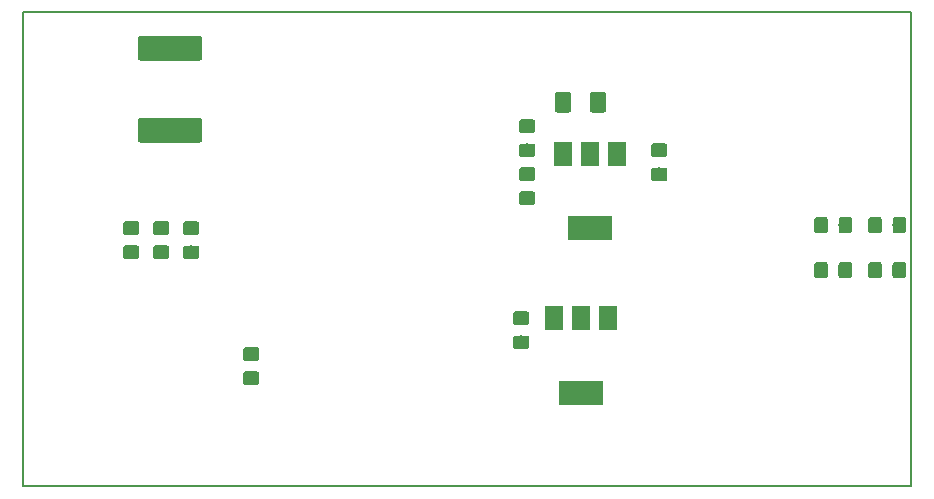
<source format=gtp>
%TF.GenerationSoftware,KiCad,Pcbnew,5.0.2+dfsg1-1*%
%TF.CreationDate,2022-03-26T23:48:49+09:00*%
%TF.ProjectId,pwm-esc,70776d2d-6573-4632-9e6b-696361645f70,rev?*%
%TF.SameCoordinates,Original*%
%TF.FileFunction,Paste,Top*%
%TF.FilePolarity,Positive*%
%FSLAX46Y46*%
G04 Gerber Fmt 4.6, Leading zero omitted, Abs format (unit mm)*
G04 Created by KiCad (PCBNEW 5.0.2+dfsg1-1) date Sat 26 Mar 2022 11:48:49 PM JST*
%MOMM*%
%LPD*%
G01*
G04 APERTURE LIST*
%ADD10C,0.150000*%
%ADD11C,0.100000*%
%ADD12C,1.150000*%
%ADD13R,1.500000X2.000000*%
%ADD14R,3.800000X2.000000*%
%ADD15C,1.425000*%
%ADD16C,2.100000*%
G04 APERTURE END LIST*
D10*
X109728000Y-121920000D02*
X109728000Y-81788000D01*
X184912000Y-121920000D02*
X109728000Y-121920000D01*
X184912000Y-81788000D02*
X184912000Y-121920000D01*
X109728000Y-81788000D02*
X184912000Y-81788000D01*
D11*
G36*
X124426505Y-99493204D02*
X124450773Y-99496804D01*
X124474572Y-99502765D01*
X124497671Y-99511030D01*
X124519850Y-99521520D01*
X124540893Y-99534132D01*
X124560599Y-99548747D01*
X124578777Y-99565223D01*
X124595253Y-99583401D01*
X124609868Y-99603107D01*
X124622480Y-99624150D01*
X124632970Y-99646329D01*
X124641235Y-99669428D01*
X124647196Y-99693227D01*
X124650796Y-99717495D01*
X124652000Y-99741999D01*
X124652000Y-100392001D01*
X124650796Y-100416505D01*
X124647196Y-100440773D01*
X124641235Y-100464572D01*
X124632970Y-100487671D01*
X124622480Y-100509850D01*
X124609868Y-100530893D01*
X124595253Y-100550599D01*
X124578777Y-100568777D01*
X124560599Y-100585253D01*
X124540893Y-100599868D01*
X124519850Y-100612480D01*
X124497671Y-100622970D01*
X124474572Y-100631235D01*
X124450773Y-100637196D01*
X124426505Y-100640796D01*
X124402001Y-100642000D01*
X123501999Y-100642000D01*
X123477495Y-100640796D01*
X123453227Y-100637196D01*
X123429428Y-100631235D01*
X123406329Y-100622970D01*
X123384150Y-100612480D01*
X123363107Y-100599868D01*
X123343401Y-100585253D01*
X123325223Y-100568777D01*
X123308747Y-100550599D01*
X123294132Y-100530893D01*
X123281520Y-100509850D01*
X123271030Y-100487671D01*
X123262765Y-100464572D01*
X123256804Y-100440773D01*
X123253204Y-100416505D01*
X123252000Y-100392001D01*
X123252000Y-99741999D01*
X123253204Y-99717495D01*
X123256804Y-99693227D01*
X123262765Y-99669428D01*
X123271030Y-99646329D01*
X123281520Y-99624150D01*
X123294132Y-99603107D01*
X123308747Y-99583401D01*
X123325223Y-99565223D01*
X123343401Y-99548747D01*
X123363107Y-99534132D01*
X123384150Y-99521520D01*
X123406329Y-99511030D01*
X123429428Y-99502765D01*
X123453227Y-99496804D01*
X123477495Y-99493204D01*
X123501999Y-99492000D01*
X124402001Y-99492000D01*
X124426505Y-99493204D01*
X124426505Y-99493204D01*
G37*
D12*
X123952000Y-100067000D03*
D11*
G36*
X124426505Y-101543204D02*
X124450773Y-101546804D01*
X124474572Y-101552765D01*
X124497671Y-101561030D01*
X124519850Y-101571520D01*
X124540893Y-101584132D01*
X124560599Y-101598747D01*
X124578777Y-101615223D01*
X124595253Y-101633401D01*
X124609868Y-101653107D01*
X124622480Y-101674150D01*
X124632970Y-101696329D01*
X124641235Y-101719428D01*
X124647196Y-101743227D01*
X124650796Y-101767495D01*
X124652000Y-101791999D01*
X124652000Y-102442001D01*
X124650796Y-102466505D01*
X124647196Y-102490773D01*
X124641235Y-102514572D01*
X124632970Y-102537671D01*
X124622480Y-102559850D01*
X124609868Y-102580893D01*
X124595253Y-102600599D01*
X124578777Y-102618777D01*
X124560599Y-102635253D01*
X124540893Y-102649868D01*
X124519850Y-102662480D01*
X124497671Y-102672970D01*
X124474572Y-102681235D01*
X124450773Y-102687196D01*
X124426505Y-102690796D01*
X124402001Y-102692000D01*
X123501999Y-102692000D01*
X123477495Y-102690796D01*
X123453227Y-102687196D01*
X123429428Y-102681235D01*
X123406329Y-102672970D01*
X123384150Y-102662480D01*
X123363107Y-102649868D01*
X123343401Y-102635253D01*
X123325223Y-102618777D01*
X123308747Y-102600599D01*
X123294132Y-102580893D01*
X123281520Y-102559850D01*
X123271030Y-102537671D01*
X123262765Y-102514572D01*
X123256804Y-102490773D01*
X123253204Y-102466505D01*
X123252000Y-102442001D01*
X123252000Y-101791999D01*
X123253204Y-101767495D01*
X123256804Y-101743227D01*
X123262765Y-101719428D01*
X123271030Y-101696329D01*
X123281520Y-101674150D01*
X123294132Y-101653107D01*
X123308747Y-101633401D01*
X123325223Y-101615223D01*
X123343401Y-101598747D01*
X123363107Y-101584132D01*
X123384150Y-101571520D01*
X123406329Y-101561030D01*
X123429428Y-101552765D01*
X123453227Y-101546804D01*
X123477495Y-101543204D01*
X123501999Y-101542000D01*
X124402001Y-101542000D01*
X124426505Y-101543204D01*
X124426505Y-101543204D01*
G37*
D12*
X123952000Y-102117000D03*
D11*
G36*
X152366505Y-107113204D02*
X152390773Y-107116804D01*
X152414572Y-107122765D01*
X152437671Y-107131030D01*
X152459850Y-107141520D01*
X152480893Y-107154132D01*
X152500599Y-107168747D01*
X152518777Y-107185223D01*
X152535253Y-107203401D01*
X152549868Y-107223107D01*
X152562480Y-107244150D01*
X152572970Y-107266329D01*
X152581235Y-107289428D01*
X152587196Y-107313227D01*
X152590796Y-107337495D01*
X152592000Y-107361999D01*
X152592000Y-108012001D01*
X152590796Y-108036505D01*
X152587196Y-108060773D01*
X152581235Y-108084572D01*
X152572970Y-108107671D01*
X152562480Y-108129850D01*
X152549868Y-108150893D01*
X152535253Y-108170599D01*
X152518777Y-108188777D01*
X152500599Y-108205253D01*
X152480893Y-108219868D01*
X152459850Y-108232480D01*
X152437671Y-108242970D01*
X152414572Y-108251235D01*
X152390773Y-108257196D01*
X152366505Y-108260796D01*
X152342001Y-108262000D01*
X151441999Y-108262000D01*
X151417495Y-108260796D01*
X151393227Y-108257196D01*
X151369428Y-108251235D01*
X151346329Y-108242970D01*
X151324150Y-108232480D01*
X151303107Y-108219868D01*
X151283401Y-108205253D01*
X151265223Y-108188777D01*
X151248747Y-108170599D01*
X151234132Y-108150893D01*
X151221520Y-108129850D01*
X151211030Y-108107671D01*
X151202765Y-108084572D01*
X151196804Y-108060773D01*
X151193204Y-108036505D01*
X151192000Y-108012001D01*
X151192000Y-107361999D01*
X151193204Y-107337495D01*
X151196804Y-107313227D01*
X151202765Y-107289428D01*
X151211030Y-107266329D01*
X151221520Y-107244150D01*
X151234132Y-107223107D01*
X151248747Y-107203401D01*
X151265223Y-107185223D01*
X151283401Y-107168747D01*
X151303107Y-107154132D01*
X151324150Y-107141520D01*
X151346329Y-107131030D01*
X151369428Y-107122765D01*
X151393227Y-107116804D01*
X151417495Y-107113204D01*
X151441999Y-107112000D01*
X152342001Y-107112000D01*
X152366505Y-107113204D01*
X152366505Y-107113204D01*
G37*
D12*
X151892000Y-107687000D03*
D11*
G36*
X152366505Y-109163204D02*
X152390773Y-109166804D01*
X152414572Y-109172765D01*
X152437671Y-109181030D01*
X152459850Y-109191520D01*
X152480893Y-109204132D01*
X152500599Y-109218747D01*
X152518777Y-109235223D01*
X152535253Y-109253401D01*
X152549868Y-109273107D01*
X152562480Y-109294150D01*
X152572970Y-109316329D01*
X152581235Y-109339428D01*
X152587196Y-109363227D01*
X152590796Y-109387495D01*
X152592000Y-109411999D01*
X152592000Y-110062001D01*
X152590796Y-110086505D01*
X152587196Y-110110773D01*
X152581235Y-110134572D01*
X152572970Y-110157671D01*
X152562480Y-110179850D01*
X152549868Y-110200893D01*
X152535253Y-110220599D01*
X152518777Y-110238777D01*
X152500599Y-110255253D01*
X152480893Y-110269868D01*
X152459850Y-110282480D01*
X152437671Y-110292970D01*
X152414572Y-110301235D01*
X152390773Y-110307196D01*
X152366505Y-110310796D01*
X152342001Y-110312000D01*
X151441999Y-110312000D01*
X151417495Y-110310796D01*
X151393227Y-110307196D01*
X151369428Y-110301235D01*
X151346329Y-110292970D01*
X151324150Y-110282480D01*
X151303107Y-110269868D01*
X151283401Y-110255253D01*
X151265223Y-110238777D01*
X151248747Y-110220599D01*
X151234132Y-110200893D01*
X151221520Y-110179850D01*
X151211030Y-110157671D01*
X151202765Y-110134572D01*
X151196804Y-110110773D01*
X151193204Y-110086505D01*
X151192000Y-110062001D01*
X151192000Y-109411999D01*
X151193204Y-109387495D01*
X151196804Y-109363227D01*
X151202765Y-109339428D01*
X151211030Y-109316329D01*
X151221520Y-109294150D01*
X151234132Y-109273107D01*
X151248747Y-109253401D01*
X151265223Y-109235223D01*
X151283401Y-109218747D01*
X151303107Y-109204132D01*
X151324150Y-109191520D01*
X151346329Y-109181030D01*
X151369428Y-109172765D01*
X151393227Y-109166804D01*
X151417495Y-109163204D01*
X151441999Y-109162000D01*
X152342001Y-109162000D01*
X152366505Y-109163204D01*
X152366505Y-109163204D01*
G37*
D12*
X151892000Y-109737000D03*
D11*
G36*
X152874505Y-92907204D02*
X152898773Y-92910804D01*
X152922572Y-92916765D01*
X152945671Y-92925030D01*
X152967850Y-92935520D01*
X152988893Y-92948132D01*
X153008599Y-92962747D01*
X153026777Y-92979223D01*
X153043253Y-92997401D01*
X153057868Y-93017107D01*
X153070480Y-93038150D01*
X153080970Y-93060329D01*
X153089235Y-93083428D01*
X153095196Y-93107227D01*
X153098796Y-93131495D01*
X153100000Y-93155999D01*
X153100000Y-93806001D01*
X153098796Y-93830505D01*
X153095196Y-93854773D01*
X153089235Y-93878572D01*
X153080970Y-93901671D01*
X153070480Y-93923850D01*
X153057868Y-93944893D01*
X153043253Y-93964599D01*
X153026777Y-93982777D01*
X153008599Y-93999253D01*
X152988893Y-94013868D01*
X152967850Y-94026480D01*
X152945671Y-94036970D01*
X152922572Y-94045235D01*
X152898773Y-94051196D01*
X152874505Y-94054796D01*
X152850001Y-94056000D01*
X151949999Y-94056000D01*
X151925495Y-94054796D01*
X151901227Y-94051196D01*
X151877428Y-94045235D01*
X151854329Y-94036970D01*
X151832150Y-94026480D01*
X151811107Y-94013868D01*
X151791401Y-93999253D01*
X151773223Y-93982777D01*
X151756747Y-93964599D01*
X151742132Y-93944893D01*
X151729520Y-93923850D01*
X151719030Y-93901671D01*
X151710765Y-93878572D01*
X151704804Y-93854773D01*
X151701204Y-93830505D01*
X151700000Y-93806001D01*
X151700000Y-93155999D01*
X151701204Y-93131495D01*
X151704804Y-93107227D01*
X151710765Y-93083428D01*
X151719030Y-93060329D01*
X151729520Y-93038150D01*
X151742132Y-93017107D01*
X151756747Y-92997401D01*
X151773223Y-92979223D01*
X151791401Y-92962747D01*
X151811107Y-92948132D01*
X151832150Y-92935520D01*
X151854329Y-92925030D01*
X151877428Y-92916765D01*
X151901227Y-92910804D01*
X151925495Y-92907204D01*
X151949999Y-92906000D01*
X152850001Y-92906000D01*
X152874505Y-92907204D01*
X152874505Y-92907204D01*
G37*
D12*
X152400000Y-93481000D03*
D11*
G36*
X152874505Y-90857204D02*
X152898773Y-90860804D01*
X152922572Y-90866765D01*
X152945671Y-90875030D01*
X152967850Y-90885520D01*
X152988893Y-90898132D01*
X153008599Y-90912747D01*
X153026777Y-90929223D01*
X153043253Y-90947401D01*
X153057868Y-90967107D01*
X153070480Y-90988150D01*
X153080970Y-91010329D01*
X153089235Y-91033428D01*
X153095196Y-91057227D01*
X153098796Y-91081495D01*
X153100000Y-91105999D01*
X153100000Y-91756001D01*
X153098796Y-91780505D01*
X153095196Y-91804773D01*
X153089235Y-91828572D01*
X153080970Y-91851671D01*
X153070480Y-91873850D01*
X153057868Y-91894893D01*
X153043253Y-91914599D01*
X153026777Y-91932777D01*
X153008599Y-91949253D01*
X152988893Y-91963868D01*
X152967850Y-91976480D01*
X152945671Y-91986970D01*
X152922572Y-91995235D01*
X152898773Y-92001196D01*
X152874505Y-92004796D01*
X152850001Y-92006000D01*
X151949999Y-92006000D01*
X151925495Y-92004796D01*
X151901227Y-92001196D01*
X151877428Y-91995235D01*
X151854329Y-91986970D01*
X151832150Y-91976480D01*
X151811107Y-91963868D01*
X151791401Y-91949253D01*
X151773223Y-91932777D01*
X151756747Y-91914599D01*
X151742132Y-91894893D01*
X151729520Y-91873850D01*
X151719030Y-91851671D01*
X151710765Y-91828572D01*
X151704804Y-91804773D01*
X151701204Y-91780505D01*
X151700000Y-91756001D01*
X151700000Y-91105999D01*
X151701204Y-91081495D01*
X151704804Y-91057227D01*
X151710765Y-91033428D01*
X151719030Y-91010329D01*
X151729520Y-90988150D01*
X151742132Y-90967107D01*
X151756747Y-90947401D01*
X151773223Y-90929223D01*
X151791401Y-90912747D01*
X151811107Y-90898132D01*
X151832150Y-90885520D01*
X151854329Y-90875030D01*
X151877428Y-90866765D01*
X151901227Y-90860804D01*
X151925495Y-90857204D01*
X151949999Y-90856000D01*
X152850001Y-90856000D01*
X152874505Y-90857204D01*
X152874505Y-90857204D01*
G37*
D12*
X152400000Y-91431000D03*
D11*
G36*
X129506505Y-110152204D02*
X129530773Y-110155804D01*
X129554572Y-110161765D01*
X129577671Y-110170030D01*
X129599850Y-110180520D01*
X129620893Y-110193132D01*
X129640599Y-110207747D01*
X129658777Y-110224223D01*
X129675253Y-110242401D01*
X129689868Y-110262107D01*
X129702480Y-110283150D01*
X129712970Y-110305329D01*
X129721235Y-110328428D01*
X129727196Y-110352227D01*
X129730796Y-110376495D01*
X129732000Y-110400999D01*
X129732000Y-111051001D01*
X129730796Y-111075505D01*
X129727196Y-111099773D01*
X129721235Y-111123572D01*
X129712970Y-111146671D01*
X129702480Y-111168850D01*
X129689868Y-111189893D01*
X129675253Y-111209599D01*
X129658777Y-111227777D01*
X129640599Y-111244253D01*
X129620893Y-111258868D01*
X129599850Y-111271480D01*
X129577671Y-111281970D01*
X129554572Y-111290235D01*
X129530773Y-111296196D01*
X129506505Y-111299796D01*
X129482001Y-111301000D01*
X128581999Y-111301000D01*
X128557495Y-111299796D01*
X128533227Y-111296196D01*
X128509428Y-111290235D01*
X128486329Y-111281970D01*
X128464150Y-111271480D01*
X128443107Y-111258868D01*
X128423401Y-111244253D01*
X128405223Y-111227777D01*
X128388747Y-111209599D01*
X128374132Y-111189893D01*
X128361520Y-111168850D01*
X128351030Y-111146671D01*
X128342765Y-111123572D01*
X128336804Y-111099773D01*
X128333204Y-111075505D01*
X128332000Y-111051001D01*
X128332000Y-110400999D01*
X128333204Y-110376495D01*
X128336804Y-110352227D01*
X128342765Y-110328428D01*
X128351030Y-110305329D01*
X128361520Y-110283150D01*
X128374132Y-110262107D01*
X128388747Y-110242401D01*
X128405223Y-110224223D01*
X128423401Y-110207747D01*
X128443107Y-110193132D01*
X128464150Y-110180520D01*
X128486329Y-110170030D01*
X128509428Y-110161765D01*
X128533227Y-110155804D01*
X128557495Y-110152204D01*
X128581999Y-110151000D01*
X129482001Y-110151000D01*
X129506505Y-110152204D01*
X129506505Y-110152204D01*
G37*
D12*
X129032000Y-110726000D03*
D11*
G36*
X129506505Y-112202204D02*
X129530773Y-112205804D01*
X129554572Y-112211765D01*
X129577671Y-112220030D01*
X129599850Y-112230520D01*
X129620893Y-112243132D01*
X129640599Y-112257747D01*
X129658777Y-112274223D01*
X129675253Y-112292401D01*
X129689868Y-112312107D01*
X129702480Y-112333150D01*
X129712970Y-112355329D01*
X129721235Y-112378428D01*
X129727196Y-112402227D01*
X129730796Y-112426495D01*
X129732000Y-112450999D01*
X129732000Y-113101001D01*
X129730796Y-113125505D01*
X129727196Y-113149773D01*
X129721235Y-113173572D01*
X129712970Y-113196671D01*
X129702480Y-113218850D01*
X129689868Y-113239893D01*
X129675253Y-113259599D01*
X129658777Y-113277777D01*
X129640599Y-113294253D01*
X129620893Y-113308868D01*
X129599850Y-113321480D01*
X129577671Y-113331970D01*
X129554572Y-113340235D01*
X129530773Y-113346196D01*
X129506505Y-113349796D01*
X129482001Y-113351000D01*
X128581999Y-113351000D01*
X128557495Y-113349796D01*
X128533227Y-113346196D01*
X128509428Y-113340235D01*
X128486329Y-113331970D01*
X128464150Y-113321480D01*
X128443107Y-113308868D01*
X128423401Y-113294253D01*
X128405223Y-113277777D01*
X128388747Y-113259599D01*
X128374132Y-113239893D01*
X128361520Y-113218850D01*
X128351030Y-113196671D01*
X128342765Y-113173572D01*
X128336804Y-113149773D01*
X128333204Y-113125505D01*
X128332000Y-113101001D01*
X128332000Y-112450999D01*
X128333204Y-112426495D01*
X128336804Y-112402227D01*
X128342765Y-112378428D01*
X128351030Y-112355329D01*
X128361520Y-112333150D01*
X128374132Y-112312107D01*
X128388747Y-112292401D01*
X128405223Y-112274223D01*
X128423401Y-112257747D01*
X128443107Y-112243132D01*
X128464150Y-112230520D01*
X128486329Y-112220030D01*
X128509428Y-112211765D01*
X128533227Y-112205804D01*
X128557495Y-112202204D01*
X128581999Y-112201000D01*
X129482001Y-112201000D01*
X129506505Y-112202204D01*
X129506505Y-112202204D01*
G37*
D12*
X129032000Y-112776000D03*
D11*
G36*
X121886505Y-101534204D02*
X121910773Y-101537804D01*
X121934572Y-101543765D01*
X121957671Y-101552030D01*
X121979850Y-101562520D01*
X122000893Y-101575132D01*
X122020599Y-101589747D01*
X122038777Y-101606223D01*
X122055253Y-101624401D01*
X122069868Y-101644107D01*
X122082480Y-101665150D01*
X122092970Y-101687329D01*
X122101235Y-101710428D01*
X122107196Y-101734227D01*
X122110796Y-101758495D01*
X122112000Y-101782999D01*
X122112000Y-102433001D01*
X122110796Y-102457505D01*
X122107196Y-102481773D01*
X122101235Y-102505572D01*
X122092970Y-102528671D01*
X122082480Y-102550850D01*
X122069868Y-102571893D01*
X122055253Y-102591599D01*
X122038777Y-102609777D01*
X122020599Y-102626253D01*
X122000893Y-102640868D01*
X121979850Y-102653480D01*
X121957671Y-102663970D01*
X121934572Y-102672235D01*
X121910773Y-102678196D01*
X121886505Y-102681796D01*
X121862001Y-102683000D01*
X120961999Y-102683000D01*
X120937495Y-102681796D01*
X120913227Y-102678196D01*
X120889428Y-102672235D01*
X120866329Y-102663970D01*
X120844150Y-102653480D01*
X120823107Y-102640868D01*
X120803401Y-102626253D01*
X120785223Y-102609777D01*
X120768747Y-102591599D01*
X120754132Y-102571893D01*
X120741520Y-102550850D01*
X120731030Y-102528671D01*
X120722765Y-102505572D01*
X120716804Y-102481773D01*
X120713204Y-102457505D01*
X120712000Y-102433001D01*
X120712000Y-101782999D01*
X120713204Y-101758495D01*
X120716804Y-101734227D01*
X120722765Y-101710428D01*
X120731030Y-101687329D01*
X120741520Y-101665150D01*
X120754132Y-101644107D01*
X120768747Y-101624401D01*
X120785223Y-101606223D01*
X120803401Y-101589747D01*
X120823107Y-101575132D01*
X120844150Y-101562520D01*
X120866329Y-101552030D01*
X120889428Y-101543765D01*
X120913227Y-101537804D01*
X120937495Y-101534204D01*
X120961999Y-101533000D01*
X121862001Y-101533000D01*
X121886505Y-101534204D01*
X121886505Y-101534204D01*
G37*
D12*
X121412000Y-102108000D03*
D11*
G36*
X121886505Y-99484204D02*
X121910773Y-99487804D01*
X121934572Y-99493765D01*
X121957671Y-99502030D01*
X121979850Y-99512520D01*
X122000893Y-99525132D01*
X122020599Y-99539747D01*
X122038777Y-99556223D01*
X122055253Y-99574401D01*
X122069868Y-99594107D01*
X122082480Y-99615150D01*
X122092970Y-99637329D01*
X122101235Y-99660428D01*
X122107196Y-99684227D01*
X122110796Y-99708495D01*
X122112000Y-99732999D01*
X122112000Y-100383001D01*
X122110796Y-100407505D01*
X122107196Y-100431773D01*
X122101235Y-100455572D01*
X122092970Y-100478671D01*
X122082480Y-100500850D01*
X122069868Y-100521893D01*
X122055253Y-100541599D01*
X122038777Y-100559777D01*
X122020599Y-100576253D01*
X122000893Y-100590868D01*
X121979850Y-100603480D01*
X121957671Y-100613970D01*
X121934572Y-100622235D01*
X121910773Y-100628196D01*
X121886505Y-100631796D01*
X121862001Y-100633000D01*
X120961999Y-100633000D01*
X120937495Y-100631796D01*
X120913227Y-100628196D01*
X120889428Y-100622235D01*
X120866329Y-100613970D01*
X120844150Y-100603480D01*
X120823107Y-100590868D01*
X120803401Y-100576253D01*
X120785223Y-100559777D01*
X120768747Y-100541599D01*
X120754132Y-100521893D01*
X120741520Y-100500850D01*
X120731030Y-100478671D01*
X120722765Y-100455572D01*
X120716804Y-100431773D01*
X120713204Y-100407505D01*
X120712000Y-100383001D01*
X120712000Y-99732999D01*
X120713204Y-99708495D01*
X120716804Y-99684227D01*
X120722765Y-99660428D01*
X120731030Y-99637329D01*
X120741520Y-99615150D01*
X120754132Y-99594107D01*
X120768747Y-99574401D01*
X120785223Y-99556223D01*
X120803401Y-99539747D01*
X120823107Y-99525132D01*
X120844150Y-99512520D01*
X120866329Y-99502030D01*
X120889428Y-99493765D01*
X120913227Y-99487804D01*
X120937495Y-99484204D01*
X120961999Y-99483000D01*
X121862001Y-99483000D01*
X121886505Y-99484204D01*
X121886505Y-99484204D01*
G37*
D12*
X121412000Y-100058000D03*
D11*
G36*
X182204505Y-102933204D02*
X182228773Y-102936804D01*
X182252572Y-102942765D01*
X182275671Y-102951030D01*
X182297850Y-102961520D01*
X182318893Y-102974132D01*
X182338599Y-102988747D01*
X182356777Y-103005223D01*
X182373253Y-103023401D01*
X182387868Y-103043107D01*
X182400480Y-103064150D01*
X182410970Y-103086329D01*
X182419235Y-103109428D01*
X182425196Y-103133227D01*
X182428796Y-103157495D01*
X182430000Y-103181999D01*
X182430000Y-104082001D01*
X182428796Y-104106505D01*
X182425196Y-104130773D01*
X182419235Y-104154572D01*
X182410970Y-104177671D01*
X182400480Y-104199850D01*
X182387868Y-104220893D01*
X182373253Y-104240599D01*
X182356777Y-104258777D01*
X182338599Y-104275253D01*
X182318893Y-104289868D01*
X182297850Y-104302480D01*
X182275671Y-104312970D01*
X182252572Y-104321235D01*
X182228773Y-104327196D01*
X182204505Y-104330796D01*
X182180001Y-104332000D01*
X181529999Y-104332000D01*
X181505495Y-104330796D01*
X181481227Y-104327196D01*
X181457428Y-104321235D01*
X181434329Y-104312970D01*
X181412150Y-104302480D01*
X181391107Y-104289868D01*
X181371401Y-104275253D01*
X181353223Y-104258777D01*
X181336747Y-104240599D01*
X181322132Y-104220893D01*
X181309520Y-104199850D01*
X181299030Y-104177671D01*
X181290765Y-104154572D01*
X181284804Y-104130773D01*
X181281204Y-104106505D01*
X181280000Y-104082001D01*
X181280000Y-103181999D01*
X181281204Y-103157495D01*
X181284804Y-103133227D01*
X181290765Y-103109428D01*
X181299030Y-103086329D01*
X181309520Y-103064150D01*
X181322132Y-103043107D01*
X181336747Y-103023401D01*
X181353223Y-103005223D01*
X181371401Y-102988747D01*
X181391107Y-102974132D01*
X181412150Y-102961520D01*
X181434329Y-102951030D01*
X181457428Y-102942765D01*
X181481227Y-102936804D01*
X181505495Y-102933204D01*
X181529999Y-102932000D01*
X182180001Y-102932000D01*
X182204505Y-102933204D01*
X182204505Y-102933204D01*
G37*
D12*
X181855000Y-103632000D03*
D11*
G36*
X184254505Y-102933204D02*
X184278773Y-102936804D01*
X184302572Y-102942765D01*
X184325671Y-102951030D01*
X184347850Y-102961520D01*
X184368893Y-102974132D01*
X184388599Y-102988747D01*
X184406777Y-103005223D01*
X184423253Y-103023401D01*
X184437868Y-103043107D01*
X184450480Y-103064150D01*
X184460970Y-103086329D01*
X184469235Y-103109428D01*
X184475196Y-103133227D01*
X184478796Y-103157495D01*
X184480000Y-103181999D01*
X184480000Y-104082001D01*
X184478796Y-104106505D01*
X184475196Y-104130773D01*
X184469235Y-104154572D01*
X184460970Y-104177671D01*
X184450480Y-104199850D01*
X184437868Y-104220893D01*
X184423253Y-104240599D01*
X184406777Y-104258777D01*
X184388599Y-104275253D01*
X184368893Y-104289868D01*
X184347850Y-104302480D01*
X184325671Y-104312970D01*
X184302572Y-104321235D01*
X184278773Y-104327196D01*
X184254505Y-104330796D01*
X184230001Y-104332000D01*
X183579999Y-104332000D01*
X183555495Y-104330796D01*
X183531227Y-104327196D01*
X183507428Y-104321235D01*
X183484329Y-104312970D01*
X183462150Y-104302480D01*
X183441107Y-104289868D01*
X183421401Y-104275253D01*
X183403223Y-104258777D01*
X183386747Y-104240599D01*
X183372132Y-104220893D01*
X183359520Y-104199850D01*
X183349030Y-104177671D01*
X183340765Y-104154572D01*
X183334804Y-104130773D01*
X183331204Y-104106505D01*
X183330000Y-104082001D01*
X183330000Y-103181999D01*
X183331204Y-103157495D01*
X183334804Y-103133227D01*
X183340765Y-103109428D01*
X183349030Y-103086329D01*
X183359520Y-103064150D01*
X183372132Y-103043107D01*
X183386747Y-103023401D01*
X183403223Y-103005223D01*
X183421401Y-102988747D01*
X183441107Y-102974132D01*
X183462150Y-102961520D01*
X183484329Y-102951030D01*
X183507428Y-102942765D01*
X183531227Y-102936804D01*
X183555495Y-102933204D01*
X183579999Y-102932000D01*
X184230001Y-102932000D01*
X184254505Y-102933204D01*
X184254505Y-102933204D01*
G37*
D12*
X183905000Y-103632000D03*
D11*
G36*
X184263505Y-99123204D02*
X184287773Y-99126804D01*
X184311572Y-99132765D01*
X184334671Y-99141030D01*
X184356850Y-99151520D01*
X184377893Y-99164132D01*
X184397599Y-99178747D01*
X184415777Y-99195223D01*
X184432253Y-99213401D01*
X184446868Y-99233107D01*
X184459480Y-99254150D01*
X184469970Y-99276329D01*
X184478235Y-99299428D01*
X184484196Y-99323227D01*
X184487796Y-99347495D01*
X184489000Y-99371999D01*
X184489000Y-100272001D01*
X184487796Y-100296505D01*
X184484196Y-100320773D01*
X184478235Y-100344572D01*
X184469970Y-100367671D01*
X184459480Y-100389850D01*
X184446868Y-100410893D01*
X184432253Y-100430599D01*
X184415777Y-100448777D01*
X184397599Y-100465253D01*
X184377893Y-100479868D01*
X184356850Y-100492480D01*
X184334671Y-100502970D01*
X184311572Y-100511235D01*
X184287773Y-100517196D01*
X184263505Y-100520796D01*
X184239001Y-100522000D01*
X183588999Y-100522000D01*
X183564495Y-100520796D01*
X183540227Y-100517196D01*
X183516428Y-100511235D01*
X183493329Y-100502970D01*
X183471150Y-100492480D01*
X183450107Y-100479868D01*
X183430401Y-100465253D01*
X183412223Y-100448777D01*
X183395747Y-100430599D01*
X183381132Y-100410893D01*
X183368520Y-100389850D01*
X183358030Y-100367671D01*
X183349765Y-100344572D01*
X183343804Y-100320773D01*
X183340204Y-100296505D01*
X183339000Y-100272001D01*
X183339000Y-99371999D01*
X183340204Y-99347495D01*
X183343804Y-99323227D01*
X183349765Y-99299428D01*
X183358030Y-99276329D01*
X183368520Y-99254150D01*
X183381132Y-99233107D01*
X183395747Y-99213401D01*
X183412223Y-99195223D01*
X183430401Y-99178747D01*
X183450107Y-99164132D01*
X183471150Y-99151520D01*
X183493329Y-99141030D01*
X183516428Y-99132765D01*
X183540227Y-99126804D01*
X183564495Y-99123204D01*
X183588999Y-99122000D01*
X184239001Y-99122000D01*
X184263505Y-99123204D01*
X184263505Y-99123204D01*
G37*
D12*
X183914000Y-99822000D03*
D11*
G36*
X182213505Y-99123204D02*
X182237773Y-99126804D01*
X182261572Y-99132765D01*
X182284671Y-99141030D01*
X182306850Y-99151520D01*
X182327893Y-99164132D01*
X182347599Y-99178747D01*
X182365777Y-99195223D01*
X182382253Y-99213401D01*
X182396868Y-99233107D01*
X182409480Y-99254150D01*
X182419970Y-99276329D01*
X182428235Y-99299428D01*
X182434196Y-99323227D01*
X182437796Y-99347495D01*
X182439000Y-99371999D01*
X182439000Y-100272001D01*
X182437796Y-100296505D01*
X182434196Y-100320773D01*
X182428235Y-100344572D01*
X182419970Y-100367671D01*
X182409480Y-100389850D01*
X182396868Y-100410893D01*
X182382253Y-100430599D01*
X182365777Y-100448777D01*
X182347599Y-100465253D01*
X182327893Y-100479868D01*
X182306850Y-100492480D01*
X182284671Y-100502970D01*
X182261572Y-100511235D01*
X182237773Y-100517196D01*
X182213505Y-100520796D01*
X182189001Y-100522000D01*
X181538999Y-100522000D01*
X181514495Y-100520796D01*
X181490227Y-100517196D01*
X181466428Y-100511235D01*
X181443329Y-100502970D01*
X181421150Y-100492480D01*
X181400107Y-100479868D01*
X181380401Y-100465253D01*
X181362223Y-100448777D01*
X181345747Y-100430599D01*
X181331132Y-100410893D01*
X181318520Y-100389850D01*
X181308030Y-100367671D01*
X181299765Y-100344572D01*
X181293804Y-100320773D01*
X181290204Y-100296505D01*
X181289000Y-100272001D01*
X181289000Y-99371999D01*
X181290204Y-99347495D01*
X181293804Y-99323227D01*
X181299765Y-99299428D01*
X181308030Y-99276329D01*
X181318520Y-99254150D01*
X181331132Y-99233107D01*
X181345747Y-99213401D01*
X181362223Y-99195223D01*
X181380401Y-99178747D01*
X181400107Y-99164132D01*
X181421150Y-99151520D01*
X181443329Y-99141030D01*
X181466428Y-99132765D01*
X181490227Y-99126804D01*
X181514495Y-99123204D01*
X181538999Y-99122000D01*
X182189001Y-99122000D01*
X182213505Y-99123204D01*
X182213505Y-99123204D01*
G37*
D12*
X181864000Y-99822000D03*
D13*
X160048000Y-93776000D03*
X155448000Y-93776000D03*
X157748000Y-93776000D03*
D14*
X157748000Y-100076000D03*
D11*
G36*
X152874505Y-96962204D02*
X152898773Y-96965804D01*
X152922572Y-96971765D01*
X152945671Y-96980030D01*
X152967850Y-96990520D01*
X152988893Y-97003132D01*
X153008599Y-97017747D01*
X153026777Y-97034223D01*
X153043253Y-97052401D01*
X153057868Y-97072107D01*
X153070480Y-97093150D01*
X153080970Y-97115329D01*
X153089235Y-97138428D01*
X153095196Y-97162227D01*
X153098796Y-97186495D01*
X153100000Y-97210999D01*
X153100000Y-97861001D01*
X153098796Y-97885505D01*
X153095196Y-97909773D01*
X153089235Y-97933572D01*
X153080970Y-97956671D01*
X153070480Y-97978850D01*
X153057868Y-97999893D01*
X153043253Y-98019599D01*
X153026777Y-98037777D01*
X153008599Y-98054253D01*
X152988893Y-98068868D01*
X152967850Y-98081480D01*
X152945671Y-98091970D01*
X152922572Y-98100235D01*
X152898773Y-98106196D01*
X152874505Y-98109796D01*
X152850001Y-98111000D01*
X151949999Y-98111000D01*
X151925495Y-98109796D01*
X151901227Y-98106196D01*
X151877428Y-98100235D01*
X151854329Y-98091970D01*
X151832150Y-98081480D01*
X151811107Y-98068868D01*
X151791401Y-98054253D01*
X151773223Y-98037777D01*
X151756747Y-98019599D01*
X151742132Y-97999893D01*
X151729520Y-97978850D01*
X151719030Y-97956671D01*
X151710765Y-97933572D01*
X151704804Y-97909773D01*
X151701204Y-97885505D01*
X151700000Y-97861001D01*
X151700000Y-97210999D01*
X151701204Y-97186495D01*
X151704804Y-97162227D01*
X151710765Y-97138428D01*
X151719030Y-97115329D01*
X151729520Y-97093150D01*
X151742132Y-97072107D01*
X151756747Y-97052401D01*
X151773223Y-97034223D01*
X151791401Y-97017747D01*
X151811107Y-97003132D01*
X151832150Y-96990520D01*
X151854329Y-96980030D01*
X151877428Y-96971765D01*
X151901227Y-96965804D01*
X151925495Y-96962204D01*
X151949999Y-96961000D01*
X152850001Y-96961000D01*
X152874505Y-96962204D01*
X152874505Y-96962204D01*
G37*
D12*
X152400000Y-97536000D03*
D11*
G36*
X152874505Y-94912204D02*
X152898773Y-94915804D01*
X152922572Y-94921765D01*
X152945671Y-94930030D01*
X152967850Y-94940520D01*
X152988893Y-94953132D01*
X153008599Y-94967747D01*
X153026777Y-94984223D01*
X153043253Y-95002401D01*
X153057868Y-95022107D01*
X153070480Y-95043150D01*
X153080970Y-95065329D01*
X153089235Y-95088428D01*
X153095196Y-95112227D01*
X153098796Y-95136495D01*
X153100000Y-95160999D01*
X153100000Y-95811001D01*
X153098796Y-95835505D01*
X153095196Y-95859773D01*
X153089235Y-95883572D01*
X153080970Y-95906671D01*
X153070480Y-95928850D01*
X153057868Y-95949893D01*
X153043253Y-95969599D01*
X153026777Y-95987777D01*
X153008599Y-96004253D01*
X152988893Y-96018868D01*
X152967850Y-96031480D01*
X152945671Y-96041970D01*
X152922572Y-96050235D01*
X152898773Y-96056196D01*
X152874505Y-96059796D01*
X152850001Y-96061000D01*
X151949999Y-96061000D01*
X151925495Y-96059796D01*
X151901227Y-96056196D01*
X151877428Y-96050235D01*
X151854329Y-96041970D01*
X151832150Y-96031480D01*
X151811107Y-96018868D01*
X151791401Y-96004253D01*
X151773223Y-95987777D01*
X151756747Y-95969599D01*
X151742132Y-95949893D01*
X151729520Y-95928850D01*
X151719030Y-95906671D01*
X151710765Y-95883572D01*
X151704804Y-95859773D01*
X151701204Y-95835505D01*
X151700000Y-95811001D01*
X151700000Y-95160999D01*
X151701204Y-95136495D01*
X151704804Y-95112227D01*
X151710765Y-95088428D01*
X151719030Y-95065329D01*
X151729520Y-95043150D01*
X151742132Y-95022107D01*
X151756747Y-95002401D01*
X151773223Y-94984223D01*
X151791401Y-94967747D01*
X151811107Y-94953132D01*
X151832150Y-94940520D01*
X151854329Y-94930030D01*
X151877428Y-94921765D01*
X151901227Y-94915804D01*
X151925495Y-94912204D01*
X151949999Y-94911000D01*
X152850001Y-94911000D01*
X152874505Y-94912204D01*
X152874505Y-94912204D01*
G37*
D12*
X152400000Y-95486000D03*
D11*
G36*
X164050505Y-94948204D02*
X164074773Y-94951804D01*
X164098572Y-94957765D01*
X164121671Y-94966030D01*
X164143850Y-94976520D01*
X164164893Y-94989132D01*
X164184599Y-95003747D01*
X164202777Y-95020223D01*
X164219253Y-95038401D01*
X164233868Y-95058107D01*
X164246480Y-95079150D01*
X164256970Y-95101329D01*
X164265235Y-95124428D01*
X164271196Y-95148227D01*
X164274796Y-95172495D01*
X164276000Y-95196999D01*
X164276000Y-95847001D01*
X164274796Y-95871505D01*
X164271196Y-95895773D01*
X164265235Y-95919572D01*
X164256970Y-95942671D01*
X164246480Y-95964850D01*
X164233868Y-95985893D01*
X164219253Y-96005599D01*
X164202777Y-96023777D01*
X164184599Y-96040253D01*
X164164893Y-96054868D01*
X164143850Y-96067480D01*
X164121671Y-96077970D01*
X164098572Y-96086235D01*
X164074773Y-96092196D01*
X164050505Y-96095796D01*
X164026001Y-96097000D01*
X163125999Y-96097000D01*
X163101495Y-96095796D01*
X163077227Y-96092196D01*
X163053428Y-96086235D01*
X163030329Y-96077970D01*
X163008150Y-96067480D01*
X162987107Y-96054868D01*
X162967401Y-96040253D01*
X162949223Y-96023777D01*
X162932747Y-96005599D01*
X162918132Y-95985893D01*
X162905520Y-95964850D01*
X162895030Y-95942671D01*
X162886765Y-95919572D01*
X162880804Y-95895773D01*
X162877204Y-95871505D01*
X162876000Y-95847001D01*
X162876000Y-95196999D01*
X162877204Y-95172495D01*
X162880804Y-95148227D01*
X162886765Y-95124428D01*
X162895030Y-95101329D01*
X162905520Y-95079150D01*
X162918132Y-95058107D01*
X162932747Y-95038401D01*
X162949223Y-95020223D01*
X162967401Y-95003747D01*
X162987107Y-94989132D01*
X163008150Y-94976520D01*
X163030329Y-94966030D01*
X163053428Y-94957765D01*
X163077227Y-94951804D01*
X163101495Y-94948204D01*
X163125999Y-94947000D01*
X164026001Y-94947000D01*
X164050505Y-94948204D01*
X164050505Y-94948204D01*
G37*
D12*
X163576000Y-95522000D03*
D11*
G36*
X164050505Y-92898204D02*
X164074773Y-92901804D01*
X164098572Y-92907765D01*
X164121671Y-92916030D01*
X164143850Y-92926520D01*
X164164893Y-92939132D01*
X164184599Y-92953747D01*
X164202777Y-92970223D01*
X164219253Y-92988401D01*
X164233868Y-93008107D01*
X164246480Y-93029150D01*
X164256970Y-93051329D01*
X164265235Y-93074428D01*
X164271196Y-93098227D01*
X164274796Y-93122495D01*
X164276000Y-93146999D01*
X164276000Y-93797001D01*
X164274796Y-93821505D01*
X164271196Y-93845773D01*
X164265235Y-93869572D01*
X164256970Y-93892671D01*
X164246480Y-93914850D01*
X164233868Y-93935893D01*
X164219253Y-93955599D01*
X164202777Y-93973777D01*
X164184599Y-93990253D01*
X164164893Y-94004868D01*
X164143850Y-94017480D01*
X164121671Y-94027970D01*
X164098572Y-94036235D01*
X164074773Y-94042196D01*
X164050505Y-94045796D01*
X164026001Y-94047000D01*
X163125999Y-94047000D01*
X163101495Y-94045796D01*
X163077227Y-94042196D01*
X163053428Y-94036235D01*
X163030329Y-94027970D01*
X163008150Y-94017480D01*
X162987107Y-94004868D01*
X162967401Y-93990253D01*
X162949223Y-93973777D01*
X162932747Y-93955599D01*
X162918132Y-93935893D01*
X162905520Y-93914850D01*
X162895030Y-93892671D01*
X162886765Y-93869572D01*
X162880804Y-93845773D01*
X162877204Y-93821505D01*
X162876000Y-93797001D01*
X162876000Y-93146999D01*
X162877204Y-93122495D01*
X162880804Y-93098227D01*
X162886765Y-93074428D01*
X162895030Y-93051329D01*
X162905520Y-93029150D01*
X162918132Y-93008107D01*
X162932747Y-92988401D01*
X162949223Y-92970223D01*
X162967401Y-92953747D01*
X162987107Y-92939132D01*
X163008150Y-92926520D01*
X163030329Y-92916030D01*
X163053428Y-92907765D01*
X163077227Y-92901804D01*
X163101495Y-92898204D01*
X163125999Y-92897000D01*
X164026001Y-92897000D01*
X164050505Y-92898204D01*
X164050505Y-92898204D01*
G37*
D12*
X163576000Y-93472000D03*
D11*
G36*
X119346505Y-101534204D02*
X119370773Y-101537804D01*
X119394572Y-101543765D01*
X119417671Y-101552030D01*
X119439850Y-101562520D01*
X119460893Y-101575132D01*
X119480599Y-101589747D01*
X119498777Y-101606223D01*
X119515253Y-101624401D01*
X119529868Y-101644107D01*
X119542480Y-101665150D01*
X119552970Y-101687329D01*
X119561235Y-101710428D01*
X119567196Y-101734227D01*
X119570796Y-101758495D01*
X119572000Y-101782999D01*
X119572000Y-102433001D01*
X119570796Y-102457505D01*
X119567196Y-102481773D01*
X119561235Y-102505572D01*
X119552970Y-102528671D01*
X119542480Y-102550850D01*
X119529868Y-102571893D01*
X119515253Y-102591599D01*
X119498777Y-102609777D01*
X119480599Y-102626253D01*
X119460893Y-102640868D01*
X119439850Y-102653480D01*
X119417671Y-102663970D01*
X119394572Y-102672235D01*
X119370773Y-102678196D01*
X119346505Y-102681796D01*
X119322001Y-102683000D01*
X118421999Y-102683000D01*
X118397495Y-102681796D01*
X118373227Y-102678196D01*
X118349428Y-102672235D01*
X118326329Y-102663970D01*
X118304150Y-102653480D01*
X118283107Y-102640868D01*
X118263401Y-102626253D01*
X118245223Y-102609777D01*
X118228747Y-102591599D01*
X118214132Y-102571893D01*
X118201520Y-102550850D01*
X118191030Y-102528671D01*
X118182765Y-102505572D01*
X118176804Y-102481773D01*
X118173204Y-102457505D01*
X118172000Y-102433001D01*
X118172000Y-101782999D01*
X118173204Y-101758495D01*
X118176804Y-101734227D01*
X118182765Y-101710428D01*
X118191030Y-101687329D01*
X118201520Y-101665150D01*
X118214132Y-101644107D01*
X118228747Y-101624401D01*
X118245223Y-101606223D01*
X118263401Y-101589747D01*
X118283107Y-101575132D01*
X118304150Y-101562520D01*
X118326329Y-101552030D01*
X118349428Y-101543765D01*
X118373227Y-101537804D01*
X118397495Y-101534204D01*
X118421999Y-101533000D01*
X119322001Y-101533000D01*
X119346505Y-101534204D01*
X119346505Y-101534204D01*
G37*
D12*
X118872000Y-102108000D03*
D11*
G36*
X119346505Y-99484204D02*
X119370773Y-99487804D01*
X119394572Y-99493765D01*
X119417671Y-99502030D01*
X119439850Y-99512520D01*
X119460893Y-99525132D01*
X119480599Y-99539747D01*
X119498777Y-99556223D01*
X119515253Y-99574401D01*
X119529868Y-99594107D01*
X119542480Y-99615150D01*
X119552970Y-99637329D01*
X119561235Y-99660428D01*
X119567196Y-99684227D01*
X119570796Y-99708495D01*
X119572000Y-99732999D01*
X119572000Y-100383001D01*
X119570796Y-100407505D01*
X119567196Y-100431773D01*
X119561235Y-100455572D01*
X119552970Y-100478671D01*
X119542480Y-100500850D01*
X119529868Y-100521893D01*
X119515253Y-100541599D01*
X119498777Y-100559777D01*
X119480599Y-100576253D01*
X119460893Y-100590868D01*
X119439850Y-100603480D01*
X119417671Y-100613970D01*
X119394572Y-100622235D01*
X119370773Y-100628196D01*
X119346505Y-100631796D01*
X119322001Y-100633000D01*
X118421999Y-100633000D01*
X118397495Y-100631796D01*
X118373227Y-100628196D01*
X118349428Y-100622235D01*
X118326329Y-100613970D01*
X118304150Y-100603480D01*
X118283107Y-100590868D01*
X118263401Y-100576253D01*
X118245223Y-100559777D01*
X118228747Y-100541599D01*
X118214132Y-100521893D01*
X118201520Y-100500850D01*
X118191030Y-100478671D01*
X118182765Y-100455572D01*
X118176804Y-100431773D01*
X118173204Y-100407505D01*
X118172000Y-100383001D01*
X118172000Y-99732999D01*
X118173204Y-99708495D01*
X118176804Y-99684227D01*
X118182765Y-99660428D01*
X118191030Y-99637329D01*
X118201520Y-99615150D01*
X118214132Y-99594107D01*
X118228747Y-99574401D01*
X118245223Y-99556223D01*
X118263401Y-99539747D01*
X118283107Y-99525132D01*
X118304150Y-99512520D01*
X118326329Y-99502030D01*
X118349428Y-99493765D01*
X118373227Y-99487804D01*
X118397495Y-99484204D01*
X118421999Y-99483000D01*
X119322001Y-99483000D01*
X119346505Y-99484204D01*
X119346505Y-99484204D01*
G37*
D12*
X118872000Y-100058000D03*
D11*
G36*
X177632505Y-102933204D02*
X177656773Y-102936804D01*
X177680572Y-102942765D01*
X177703671Y-102951030D01*
X177725850Y-102961520D01*
X177746893Y-102974132D01*
X177766599Y-102988747D01*
X177784777Y-103005223D01*
X177801253Y-103023401D01*
X177815868Y-103043107D01*
X177828480Y-103064150D01*
X177838970Y-103086329D01*
X177847235Y-103109428D01*
X177853196Y-103133227D01*
X177856796Y-103157495D01*
X177858000Y-103181999D01*
X177858000Y-104082001D01*
X177856796Y-104106505D01*
X177853196Y-104130773D01*
X177847235Y-104154572D01*
X177838970Y-104177671D01*
X177828480Y-104199850D01*
X177815868Y-104220893D01*
X177801253Y-104240599D01*
X177784777Y-104258777D01*
X177766599Y-104275253D01*
X177746893Y-104289868D01*
X177725850Y-104302480D01*
X177703671Y-104312970D01*
X177680572Y-104321235D01*
X177656773Y-104327196D01*
X177632505Y-104330796D01*
X177608001Y-104332000D01*
X176957999Y-104332000D01*
X176933495Y-104330796D01*
X176909227Y-104327196D01*
X176885428Y-104321235D01*
X176862329Y-104312970D01*
X176840150Y-104302480D01*
X176819107Y-104289868D01*
X176799401Y-104275253D01*
X176781223Y-104258777D01*
X176764747Y-104240599D01*
X176750132Y-104220893D01*
X176737520Y-104199850D01*
X176727030Y-104177671D01*
X176718765Y-104154572D01*
X176712804Y-104130773D01*
X176709204Y-104106505D01*
X176708000Y-104082001D01*
X176708000Y-103181999D01*
X176709204Y-103157495D01*
X176712804Y-103133227D01*
X176718765Y-103109428D01*
X176727030Y-103086329D01*
X176737520Y-103064150D01*
X176750132Y-103043107D01*
X176764747Y-103023401D01*
X176781223Y-103005223D01*
X176799401Y-102988747D01*
X176819107Y-102974132D01*
X176840150Y-102961520D01*
X176862329Y-102951030D01*
X176885428Y-102942765D01*
X176909227Y-102936804D01*
X176933495Y-102933204D01*
X176957999Y-102932000D01*
X177608001Y-102932000D01*
X177632505Y-102933204D01*
X177632505Y-102933204D01*
G37*
D12*
X177283000Y-103632000D03*
D11*
G36*
X179682505Y-102933204D02*
X179706773Y-102936804D01*
X179730572Y-102942765D01*
X179753671Y-102951030D01*
X179775850Y-102961520D01*
X179796893Y-102974132D01*
X179816599Y-102988747D01*
X179834777Y-103005223D01*
X179851253Y-103023401D01*
X179865868Y-103043107D01*
X179878480Y-103064150D01*
X179888970Y-103086329D01*
X179897235Y-103109428D01*
X179903196Y-103133227D01*
X179906796Y-103157495D01*
X179908000Y-103181999D01*
X179908000Y-104082001D01*
X179906796Y-104106505D01*
X179903196Y-104130773D01*
X179897235Y-104154572D01*
X179888970Y-104177671D01*
X179878480Y-104199850D01*
X179865868Y-104220893D01*
X179851253Y-104240599D01*
X179834777Y-104258777D01*
X179816599Y-104275253D01*
X179796893Y-104289868D01*
X179775850Y-104302480D01*
X179753671Y-104312970D01*
X179730572Y-104321235D01*
X179706773Y-104327196D01*
X179682505Y-104330796D01*
X179658001Y-104332000D01*
X179007999Y-104332000D01*
X178983495Y-104330796D01*
X178959227Y-104327196D01*
X178935428Y-104321235D01*
X178912329Y-104312970D01*
X178890150Y-104302480D01*
X178869107Y-104289868D01*
X178849401Y-104275253D01*
X178831223Y-104258777D01*
X178814747Y-104240599D01*
X178800132Y-104220893D01*
X178787520Y-104199850D01*
X178777030Y-104177671D01*
X178768765Y-104154572D01*
X178762804Y-104130773D01*
X178759204Y-104106505D01*
X178758000Y-104082001D01*
X178758000Y-103181999D01*
X178759204Y-103157495D01*
X178762804Y-103133227D01*
X178768765Y-103109428D01*
X178777030Y-103086329D01*
X178787520Y-103064150D01*
X178800132Y-103043107D01*
X178814747Y-103023401D01*
X178831223Y-103005223D01*
X178849401Y-102988747D01*
X178869107Y-102974132D01*
X178890150Y-102961520D01*
X178912329Y-102951030D01*
X178935428Y-102942765D01*
X178959227Y-102936804D01*
X178983495Y-102933204D01*
X179007999Y-102932000D01*
X179658001Y-102932000D01*
X179682505Y-102933204D01*
X179682505Y-102933204D01*
G37*
D12*
X179333000Y-103632000D03*
D11*
G36*
X177641505Y-99123204D02*
X177665773Y-99126804D01*
X177689572Y-99132765D01*
X177712671Y-99141030D01*
X177734850Y-99151520D01*
X177755893Y-99164132D01*
X177775599Y-99178747D01*
X177793777Y-99195223D01*
X177810253Y-99213401D01*
X177824868Y-99233107D01*
X177837480Y-99254150D01*
X177847970Y-99276329D01*
X177856235Y-99299428D01*
X177862196Y-99323227D01*
X177865796Y-99347495D01*
X177867000Y-99371999D01*
X177867000Y-100272001D01*
X177865796Y-100296505D01*
X177862196Y-100320773D01*
X177856235Y-100344572D01*
X177847970Y-100367671D01*
X177837480Y-100389850D01*
X177824868Y-100410893D01*
X177810253Y-100430599D01*
X177793777Y-100448777D01*
X177775599Y-100465253D01*
X177755893Y-100479868D01*
X177734850Y-100492480D01*
X177712671Y-100502970D01*
X177689572Y-100511235D01*
X177665773Y-100517196D01*
X177641505Y-100520796D01*
X177617001Y-100522000D01*
X176966999Y-100522000D01*
X176942495Y-100520796D01*
X176918227Y-100517196D01*
X176894428Y-100511235D01*
X176871329Y-100502970D01*
X176849150Y-100492480D01*
X176828107Y-100479868D01*
X176808401Y-100465253D01*
X176790223Y-100448777D01*
X176773747Y-100430599D01*
X176759132Y-100410893D01*
X176746520Y-100389850D01*
X176736030Y-100367671D01*
X176727765Y-100344572D01*
X176721804Y-100320773D01*
X176718204Y-100296505D01*
X176717000Y-100272001D01*
X176717000Y-99371999D01*
X176718204Y-99347495D01*
X176721804Y-99323227D01*
X176727765Y-99299428D01*
X176736030Y-99276329D01*
X176746520Y-99254150D01*
X176759132Y-99233107D01*
X176773747Y-99213401D01*
X176790223Y-99195223D01*
X176808401Y-99178747D01*
X176828107Y-99164132D01*
X176849150Y-99151520D01*
X176871329Y-99141030D01*
X176894428Y-99132765D01*
X176918227Y-99126804D01*
X176942495Y-99123204D01*
X176966999Y-99122000D01*
X177617001Y-99122000D01*
X177641505Y-99123204D01*
X177641505Y-99123204D01*
G37*
D12*
X177292000Y-99822000D03*
D11*
G36*
X179691505Y-99123204D02*
X179715773Y-99126804D01*
X179739572Y-99132765D01*
X179762671Y-99141030D01*
X179784850Y-99151520D01*
X179805893Y-99164132D01*
X179825599Y-99178747D01*
X179843777Y-99195223D01*
X179860253Y-99213401D01*
X179874868Y-99233107D01*
X179887480Y-99254150D01*
X179897970Y-99276329D01*
X179906235Y-99299428D01*
X179912196Y-99323227D01*
X179915796Y-99347495D01*
X179917000Y-99371999D01*
X179917000Y-100272001D01*
X179915796Y-100296505D01*
X179912196Y-100320773D01*
X179906235Y-100344572D01*
X179897970Y-100367671D01*
X179887480Y-100389850D01*
X179874868Y-100410893D01*
X179860253Y-100430599D01*
X179843777Y-100448777D01*
X179825599Y-100465253D01*
X179805893Y-100479868D01*
X179784850Y-100492480D01*
X179762671Y-100502970D01*
X179739572Y-100511235D01*
X179715773Y-100517196D01*
X179691505Y-100520796D01*
X179667001Y-100522000D01*
X179016999Y-100522000D01*
X178992495Y-100520796D01*
X178968227Y-100517196D01*
X178944428Y-100511235D01*
X178921329Y-100502970D01*
X178899150Y-100492480D01*
X178878107Y-100479868D01*
X178858401Y-100465253D01*
X178840223Y-100448777D01*
X178823747Y-100430599D01*
X178809132Y-100410893D01*
X178796520Y-100389850D01*
X178786030Y-100367671D01*
X178777765Y-100344572D01*
X178771804Y-100320773D01*
X178768204Y-100296505D01*
X178767000Y-100272001D01*
X178767000Y-99371999D01*
X178768204Y-99347495D01*
X178771804Y-99323227D01*
X178777765Y-99299428D01*
X178786030Y-99276329D01*
X178796520Y-99254150D01*
X178809132Y-99233107D01*
X178823747Y-99213401D01*
X178840223Y-99195223D01*
X178858401Y-99178747D01*
X178878107Y-99164132D01*
X178899150Y-99151520D01*
X178921329Y-99141030D01*
X178944428Y-99132765D01*
X178968227Y-99126804D01*
X178992495Y-99123204D01*
X179016999Y-99122000D01*
X179667001Y-99122000D01*
X179691505Y-99123204D01*
X179691505Y-99123204D01*
G37*
D12*
X179342000Y-99822000D03*
D14*
X156972000Y-113996000D03*
D13*
X156972000Y-107696000D03*
X154672000Y-107696000D03*
X159272000Y-107696000D03*
D11*
G36*
X155917004Y-88534204D02*
X155941273Y-88537804D01*
X155965071Y-88543765D01*
X155988171Y-88552030D01*
X156010349Y-88562520D01*
X156031393Y-88575133D01*
X156051098Y-88589747D01*
X156069277Y-88606223D01*
X156085753Y-88624402D01*
X156100367Y-88644107D01*
X156112980Y-88665151D01*
X156123470Y-88687329D01*
X156131735Y-88710429D01*
X156137696Y-88734227D01*
X156141296Y-88758496D01*
X156142500Y-88783000D01*
X156142500Y-90033000D01*
X156141296Y-90057504D01*
X156137696Y-90081773D01*
X156131735Y-90105571D01*
X156123470Y-90128671D01*
X156112980Y-90150849D01*
X156100367Y-90171893D01*
X156085753Y-90191598D01*
X156069277Y-90209777D01*
X156051098Y-90226253D01*
X156031393Y-90240867D01*
X156010349Y-90253480D01*
X155988171Y-90263970D01*
X155965071Y-90272235D01*
X155941273Y-90278196D01*
X155917004Y-90281796D01*
X155892500Y-90283000D01*
X154967500Y-90283000D01*
X154942996Y-90281796D01*
X154918727Y-90278196D01*
X154894929Y-90272235D01*
X154871829Y-90263970D01*
X154849651Y-90253480D01*
X154828607Y-90240867D01*
X154808902Y-90226253D01*
X154790723Y-90209777D01*
X154774247Y-90191598D01*
X154759633Y-90171893D01*
X154747020Y-90150849D01*
X154736530Y-90128671D01*
X154728265Y-90105571D01*
X154722304Y-90081773D01*
X154718704Y-90057504D01*
X154717500Y-90033000D01*
X154717500Y-88783000D01*
X154718704Y-88758496D01*
X154722304Y-88734227D01*
X154728265Y-88710429D01*
X154736530Y-88687329D01*
X154747020Y-88665151D01*
X154759633Y-88644107D01*
X154774247Y-88624402D01*
X154790723Y-88606223D01*
X154808902Y-88589747D01*
X154828607Y-88575133D01*
X154849651Y-88562520D01*
X154871829Y-88552030D01*
X154894929Y-88543765D01*
X154918727Y-88537804D01*
X154942996Y-88534204D01*
X154967500Y-88533000D01*
X155892500Y-88533000D01*
X155917004Y-88534204D01*
X155917004Y-88534204D01*
G37*
D15*
X155430000Y-89408000D03*
D11*
G36*
X158892004Y-88534204D02*
X158916273Y-88537804D01*
X158940071Y-88543765D01*
X158963171Y-88552030D01*
X158985349Y-88562520D01*
X159006393Y-88575133D01*
X159026098Y-88589747D01*
X159044277Y-88606223D01*
X159060753Y-88624402D01*
X159075367Y-88644107D01*
X159087980Y-88665151D01*
X159098470Y-88687329D01*
X159106735Y-88710429D01*
X159112696Y-88734227D01*
X159116296Y-88758496D01*
X159117500Y-88783000D01*
X159117500Y-90033000D01*
X159116296Y-90057504D01*
X159112696Y-90081773D01*
X159106735Y-90105571D01*
X159098470Y-90128671D01*
X159087980Y-90150849D01*
X159075367Y-90171893D01*
X159060753Y-90191598D01*
X159044277Y-90209777D01*
X159026098Y-90226253D01*
X159006393Y-90240867D01*
X158985349Y-90253480D01*
X158963171Y-90263970D01*
X158940071Y-90272235D01*
X158916273Y-90278196D01*
X158892004Y-90281796D01*
X158867500Y-90283000D01*
X157942500Y-90283000D01*
X157917996Y-90281796D01*
X157893727Y-90278196D01*
X157869929Y-90272235D01*
X157846829Y-90263970D01*
X157824651Y-90253480D01*
X157803607Y-90240867D01*
X157783902Y-90226253D01*
X157765723Y-90209777D01*
X157749247Y-90191598D01*
X157734633Y-90171893D01*
X157722020Y-90150849D01*
X157711530Y-90128671D01*
X157703265Y-90105571D01*
X157697304Y-90081773D01*
X157693704Y-90057504D01*
X157692500Y-90033000D01*
X157692500Y-88783000D01*
X157693704Y-88758496D01*
X157697304Y-88734227D01*
X157703265Y-88710429D01*
X157711530Y-88687329D01*
X157722020Y-88665151D01*
X157734633Y-88644107D01*
X157749247Y-88624402D01*
X157765723Y-88606223D01*
X157783902Y-88589747D01*
X157803607Y-88575133D01*
X157824651Y-88562520D01*
X157846829Y-88552030D01*
X157869929Y-88543765D01*
X157893727Y-88537804D01*
X157917996Y-88534204D01*
X157942500Y-88533000D01*
X158867500Y-88533000D01*
X158892004Y-88534204D01*
X158892004Y-88534204D01*
G37*
D15*
X158405000Y-89408000D03*
D11*
G36*
X124673504Y-90737204D02*
X124697773Y-90740804D01*
X124721571Y-90746765D01*
X124744671Y-90755030D01*
X124766849Y-90765520D01*
X124787893Y-90778133D01*
X124807598Y-90792747D01*
X124825777Y-90809223D01*
X124842253Y-90827402D01*
X124856867Y-90847107D01*
X124869480Y-90868151D01*
X124879970Y-90890329D01*
X124888235Y-90913429D01*
X124894196Y-90937227D01*
X124897796Y-90961496D01*
X124899000Y-90986000D01*
X124899000Y-92586000D01*
X124897796Y-92610504D01*
X124894196Y-92634773D01*
X124888235Y-92658571D01*
X124879970Y-92681671D01*
X124869480Y-92703849D01*
X124856867Y-92724893D01*
X124842253Y-92744598D01*
X124825777Y-92762777D01*
X124807598Y-92779253D01*
X124787893Y-92793867D01*
X124766849Y-92806480D01*
X124744671Y-92816970D01*
X124721571Y-92825235D01*
X124697773Y-92831196D01*
X124673504Y-92834796D01*
X124649000Y-92836000D01*
X119699000Y-92836000D01*
X119674496Y-92834796D01*
X119650227Y-92831196D01*
X119626429Y-92825235D01*
X119603329Y-92816970D01*
X119581151Y-92806480D01*
X119560107Y-92793867D01*
X119540402Y-92779253D01*
X119522223Y-92762777D01*
X119505747Y-92744598D01*
X119491133Y-92724893D01*
X119478520Y-92703849D01*
X119468030Y-92681671D01*
X119459765Y-92658571D01*
X119453804Y-92634773D01*
X119450204Y-92610504D01*
X119449000Y-92586000D01*
X119449000Y-90986000D01*
X119450204Y-90961496D01*
X119453804Y-90937227D01*
X119459765Y-90913429D01*
X119468030Y-90890329D01*
X119478520Y-90868151D01*
X119491133Y-90847107D01*
X119505747Y-90827402D01*
X119522223Y-90809223D01*
X119540402Y-90792747D01*
X119560107Y-90778133D01*
X119581151Y-90765520D01*
X119603329Y-90755030D01*
X119626429Y-90746765D01*
X119650227Y-90740804D01*
X119674496Y-90737204D01*
X119699000Y-90736000D01*
X124649000Y-90736000D01*
X124673504Y-90737204D01*
X124673504Y-90737204D01*
G37*
D16*
X122174000Y-91786000D03*
D11*
G36*
X124673504Y-83787204D02*
X124697773Y-83790804D01*
X124721571Y-83796765D01*
X124744671Y-83805030D01*
X124766849Y-83815520D01*
X124787893Y-83828133D01*
X124807598Y-83842747D01*
X124825777Y-83859223D01*
X124842253Y-83877402D01*
X124856867Y-83897107D01*
X124869480Y-83918151D01*
X124879970Y-83940329D01*
X124888235Y-83963429D01*
X124894196Y-83987227D01*
X124897796Y-84011496D01*
X124899000Y-84036000D01*
X124899000Y-85636000D01*
X124897796Y-85660504D01*
X124894196Y-85684773D01*
X124888235Y-85708571D01*
X124879970Y-85731671D01*
X124869480Y-85753849D01*
X124856867Y-85774893D01*
X124842253Y-85794598D01*
X124825777Y-85812777D01*
X124807598Y-85829253D01*
X124787893Y-85843867D01*
X124766849Y-85856480D01*
X124744671Y-85866970D01*
X124721571Y-85875235D01*
X124697773Y-85881196D01*
X124673504Y-85884796D01*
X124649000Y-85886000D01*
X119699000Y-85886000D01*
X119674496Y-85884796D01*
X119650227Y-85881196D01*
X119626429Y-85875235D01*
X119603329Y-85866970D01*
X119581151Y-85856480D01*
X119560107Y-85843867D01*
X119540402Y-85829253D01*
X119522223Y-85812777D01*
X119505747Y-85794598D01*
X119491133Y-85774893D01*
X119478520Y-85753849D01*
X119468030Y-85731671D01*
X119459765Y-85708571D01*
X119453804Y-85684773D01*
X119450204Y-85660504D01*
X119449000Y-85636000D01*
X119449000Y-84036000D01*
X119450204Y-84011496D01*
X119453804Y-83987227D01*
X119459765Y-83963429D01*
X119468030Y-83940329D01*
X119478520Y-83918151D01*
X119491133Y-83897107D01*
X119505747Y-83877402D01*
X119522223Y-83859223D01*
X119540402Y-83842747D01*
X119560107Y-83828133D01*
X119581151Y-83815520D01*
X119603329Y-83805030D01*
X119626429Y-83796765D01*
X119650227Y-83790804D01*
X119674496Y-83787204D01*
X119699000Y-83786000D01*
X124649000Y-83786000D01*
X124673504Y-83787204D01*
X124673504Y-83787204D01*
G37*
D16*
X122174000Y-84836000D03*
M02*

</source>
